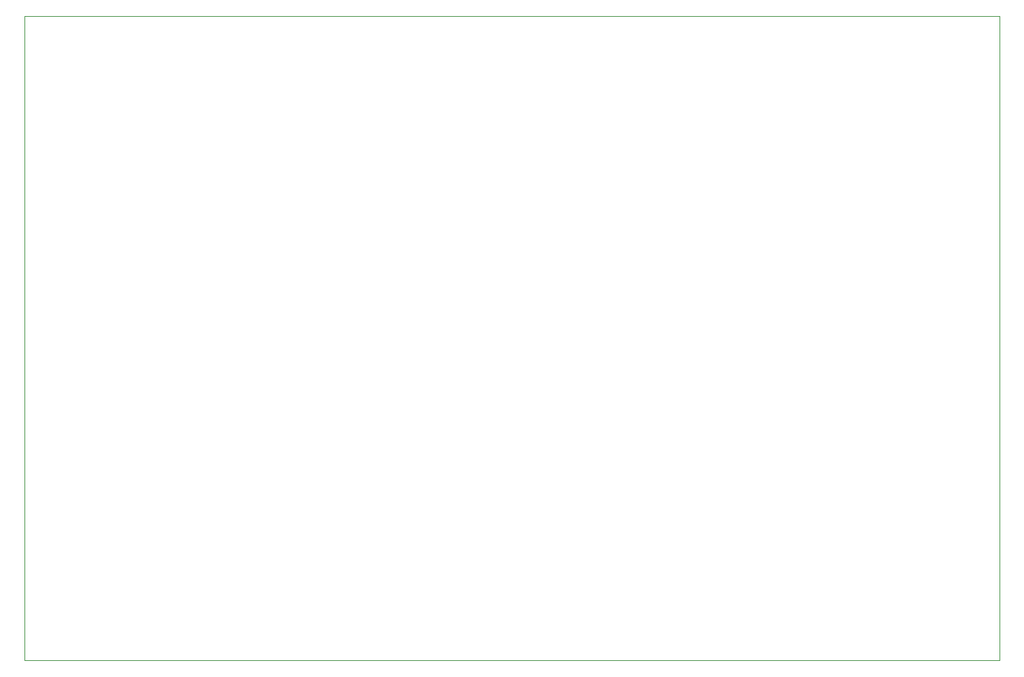
<source format=gbr>
%TF.GenerationSoftware,KiCad,Pcbnew,(6.0.10)*%
%TF.CreationDate,2023-02-08T22:59:09+05:30*%
%TF.ProjectId,macrokeypad13,6d616372-6f6b-4657-9970-616431332e6b,rev?*%
%TF.SameCoordinates,Original*%
%TF.FileFunction,Profile,NP*%
%FSLAX46Y46*%
G04 Gerber Fmt 4.6, Leading zero omitted, Abs format (unit mm)*
G04 Created by KiCad (PCBNEW (6.0.10)) date 2023-02-08 22:59:09*
%MOMM*%
%LPD*%
G01*
G04 APERTURE LIST*
%TA.AperFunction,Profile*%
%ADD10C,0.100000*%
%TD*%
G04 APERTURE END LIST*
D10*
X26530000Y-23260000D02*
X144530000Y-23260000D01*
X144530000Y-23260000D02*
X144530000Y-101260000D01*
X144530000Y-101260000D02*
X26530000Y-101260000D01*
X26530000Y-101260000D02*
X26530000Y-23260000D01*
M02*

</source>
